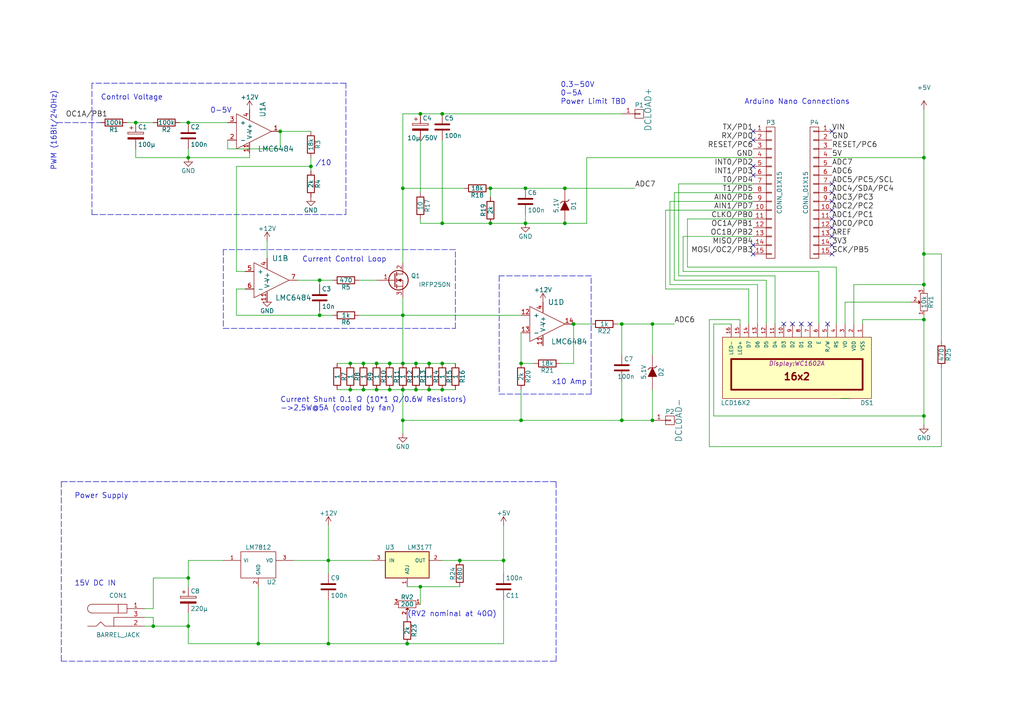
<source format=kicad_sch>
(kicad_sch (version 20210406) (generator eeschema)
  (paper "A4")
  (title_block (title "DC Electronic Load with Arduino Nano") (rev "A") (comment 1 "· No External DAC or ADC") (comment 2 "· Power Limit TBD") (comment 3 "· 0-5 Amperes") (comment 4 "· 0.8-50 Volts"))
  (lib_symbols
    (symbol "ArduinoNanoDcLoad-rescue:+12V" (power) (pin_names (offset 0))
      (property "Value" "+12V" (at 0 3.556 0))
      (symbol "+12V_0_1"
        (polyline (pts (xy -0.762 1.27) (xy 0 2.54)))
        (polyline (pts (xy 0 0) (xy 0 2.54)))
        (polyline (pts (xy 0 2.54) (xy 0.762 1.27)))
      )
      (symbol "+12V_1_1"
        (pin power_in line (at 0 0 90) (length 0) hide (name "+12V") (number "1"))
      )
    )
    (symbol "ArduinoNanoDcLoad-rescue:+5V" (power) (pin_names (offset 0))
      (property "Value" "+5V" (at 0 3.556 0))
      (symbol "+5V_0_1"
        (polyline (pts (xy -0.762 1.27) (xy 0 2.54)))
        (polyline (pts (xy 0 0) (xy 0 2.54)))
        (polyline (pts (xy 0 2.54) (xy 0.762 1.27)))
      )
      (symbol "+5V_1_1"
        (pin power_in line (at 0 0 90) (length 0) hide (name "+5V") (number "1"))
      )
    )
    (symbol "ArduinoNanoDcLoad-rescue:BARREL_JACK" (pin_names (offset 1.016))
      (property "Reference" "CON" (at 0 6.35 0))
      (property "Value" "BARREL_JACK" (at 0 -5.08 0))
      (symbol "BARREL_JACK_0_1"
        (arc (start -7.62 1.27) (end -8.89 2.54) (radius (at -7.62 2.5146) (length 1.2446) (angles -90 178.8)))
        (arc (start -7.62 3.81) (end -8.89 2.54) (radius (at -7.62 2.5654) (length 1.2446) (angles 90 -178.8)))
        (rectangle (start 2.54 3.81) (end 0 1.27))
        (polyline (pts (xy -7.62 1.27) (xy 0 1.27)))
        (polyline (pts (xy 0 3.81) (xy -7.62 3.81)))
        (polyline (pts (xy 2.54 0) (xy -1.27 0) (xy -1.27 -2.54)))
        (polyline (pts (xy 2.54 -2.54) (xy -3.81 -2.54) (xy -5.08 -1.27) (xy -6.35 -2.54) (xy -8.89 -2.54)))
      )
      (symbol "BARREL_JACK_1_1"
        (pin passive line (at 7.62 2.54 180) (length 5.08) (name "~") (number "1"))
        (pin passive line (at 7.62 -2.54 180) (length 5.08) (name "~") (number "2"))
        (pin passive line (at 7.62 0 180) (length 5.08) (name "~") (number "3"))
      )
    )
    (symbol "ArduinoNanoDcLoad-rescue:C" (pin_numbers hide) (pin_names (offset 0.254))
      (property "Reference" "C" (at 0.635 2.54 0))
      (property "Value" "C" (at 0.635 -2.54 0))
      (symbol "C_0_1"
        (polyline (pts (xy -2.032 -0.762) (xy 2.032 -0.762)) (stroke (width 0.508)))
        (polyline (pts (xy -2.032 0.762) (xy 2.032 0.762)) (stroke (width 0.508)))
      )
      (symbol "C_1_1"
        (pin passive line (at 0 3.81 270) (length 2.794) (name "~") (number "1"))
        (pin passive line (at 0 -3.81 90) (length 2.794) (name "~") (number "2"))
      )
    )
    (symbol "ArduinoNanoDcLoad-rescue:CONN_01X01" (pin_names (offset 1.016) hide)
      (property "Reference" "P" (at 0 2.54 0))
      (property "Value" "CONN_01X01" (at 2.54 0 90))
      (symbol "CONN_01X01_0_1"
        (rectangle (start -1.27 0.127) (end 0.254 -0.127))
        (rectangle (start -1.27 1.27) (end 1.27 -1.27))
      )
      (symbol "CONN_01X01_1_1"
        (pin passive line (at -5.08 0 0) (length 3.81) (name "P1") (number "1"))
      )
    )
    (symbol "ArduinoNanoDcLoad-rescue:CONN_01X15" (pin_names (offset 1.016) hide)
      (property "Reference" "P" (at 0 20.32 0))
      (property "Value" "CONN_01X15" (at 2.54 0 90))
      (symbol "CONN_01X15_0_1"
        (rectangle (start -1.27 -17.653) (end 0.254 -17.907))
        (rectangle (start -1.27 -15.113) (end 0.254 -15.367))
        (rectangle (start -1.27 -12.573) (end 0.254 -12.827))
        (rectangle (start -1.27 -10.033) (end 0.254 -10.287))
        (rectangle (start -1.27 -7.493) (end 0.254 -7.747))
        (rectangle (start -1.27 -4.953) (end 0.254 -5.207))
        (rectangle (start -1.27 -2.413) (end 0.254 -2.667))
        (rectangle (start -1.27 0.127) (end 0.254 -0.127))
        (rectangle (start -1.27 2.667) (end 0.254 2.413))
        (rectangle (start -1.27 5.207) (end 0.254 4.953))
        (rectangle (start -1.27 7.747) (end 0.254 7.493))
        (rectangle (start -1.27 10.287) (end 0.254 10.033))
        (rectangle (start -1.27 12.827) (end 0.254 12.573))
        (rectangle (start -1.27 15.367) (end 0.254 15.113))
        (rectangle (start -1.27 17.907) (end 0.254 17.653))
        (rectangle (start -1.27 19.05) (end 1.27 -19.05))
      )
      (symbol "CONN_01X15_1_1"
        (pin passive line (at -5.08 17.78 0) (length 3.81) (name "P1") (number "1"))
        (pin passive line (at -5.08 -5.08 0) (length 3.81) (name "P10") (number "10"))
        (pin passive line (at -5.08 -7.62 0) (length 3.81) (name "P11") (number "11"))
        (pin passive line (at -5.08 -10.16 0) (length 3.81) (name "P12") (number "12"))
        (pin passive line (at -5.08 -12.7 0) (length 3.81) (name "P13") (number "13"))
        (pin passive line (at -5.08 -15.24 0) (length 3.81) (name "P14") (number "14"))
        (pin passive line (at -5.08 -17.78 0) (length 3.81) (name "P15") (number "15"))
        (pin passive line (at -5.08 15.24 0) (length 3.81) (name "P2") (number "2"))
        (pin passive line (at -5.08 12.7 0) (length 3.81) (name "P3") (number "3"))
        (pin passive line (at -5.08 10.16 0) (length 3.81) (name "P4") (number "4"))
        (pin passive line (at -5.08 7.62 0) (length 3.81) (name "P5") (number "5"))
        (pin passive line (at -5.08 5.08 0) (length 3.81) (name "P6") (number "6"))
        (pin passive line (at -5.08 2.54 0) (length 3.81) (name "P7") (number "7"))
        (pin passive line (at -5.08 0 0) (length 3.81) (name "P8") (number "8"))
        (pin passive line (at -5.08 -2.54 0) (length 3.81) (name "P9") (number "9"))
      )
    )
    (symbol "ArduinoNanoDcLoad-rescue:CP" (pin_numbers hide) (pin_names (offset 0.254))
      (property "Reference" "C" (at 0.635 2.54 0))
      (property "Value" "CP" (at 0.635 -2.54 0))
      (symbol "CP_0_1"
        (rectangle (start -2.286 0.508) (end -2.286 1.016))
        (rectangle (start -2.286 0.508) (end 2.286 0.508))
        (rectangle (start 2.286 1.016) (end -2.286 1.016))
        (rectangle (start 2.286 1.016) (end 2.286 0.508))
        (rectangle (start 2.286 -0.508) (end -2.286 -1.016) (fill (type outline)))
        (polyline (pts (xy -1.778 2.286) (xy -0.762 2.286)))
        (polyline (pts (xy -1.27 2.794) (xy -1.27 1.778)))
      )
      (symbol "CP_1_1"
        (pin passive line (at 0 3.81 270) (length 2.794) (name "~") (number "1"))
        (pin passive line (at 0 -3.81 90) (length 2.794) (name "~") (number "2"))
      )
    )
    (symbol "ArduinoNanoDcLoad-rescue:GND" (power) (pin_names (offset 0))
      (property "Value" "GND" (at 0 -3.81 0))
      (symbol "GND_0_1"
        (polyline (pts (xy 0 0) (xy 0 -1.27) (xy 1.27 -1.27) (xy 0 -2.54) (xy -1.27 -1.27) (xy 0 -1.27)))
      )
      (symbol "GND_1_1"
        (pin power_in line (at 0 0 270) (length 0) hide (name "GND") (number "1"))
      )
    )
    (symbol "ArduinoNanoDcLoad-rescue:LCD16X2" (pin_names (offset 1.016))
      (property "Reference" "DS" (at -20.32 10.16 0))
      (property "Value" "LCD16X2" (at 17.78 10.16 0))
      (property "Footprint" "WC1602A" (at 0 -1.27 0))
      (symbol "LCD16X2_0_0"
        (text "16x2" (at 0 2.54 0) (effects (font (size 2.032 2.032) bold)))
      )
      (symbol "LCD16X2_0_1"
        (rectangle (start -19.05 6.35) (end 19.05 -2.54) (stroke (width 0.508)))
        (rectangle (start -21.59 8.89) (end 21.59 -8.89) (fill (type background)))
      )
      (symbol "LCD16X2_1_1"
        (pin power_in line (at -19.05 -12.7 90) (length 3.81) (name "VSS") (number "1"))
        (pin input line (at 3.81 -12.7 90) (length 3.81) (name "D3") (number "10"))
        (pin input line (at 6.35 -12.7 90) (length 3.81) (name "D4") (number "11"))
        (pin input line (at 8.89 -12.7 90) (length 3.81) (name "D5") (number "12"))
        (pin input line (at 11.43 -12.7 90) (length 3.81) (name "D6") (number "13"))
        (pin input line (at 13.97 -12.7 90) (length 3.81) (name "D7") (number "14"))
        (pin passive line (at 16.51 -12.7 90) (length 3.81) (name "LED+") (number "15"))
        (pin passive line (at 19.05 -12.7 90) (length 3.81) (name "LED-") (number "16"))
        (pin power_in line (at -16.51 -12.7 90) (length 3.81) (name "VDD") (number "2"))
        (pin input line (at -13.97 -12.7 90) (length 3.81) (name "VO") (number "3"))
        (pin input line (at -11.43 -12.7 90) (length 3.81) (name "RS") (number "4"))
        (pin input line (at -8.89 -12.7 90) (length 3.81) (name "R/W") (number "5"))
        (pin input line (at -6.35 -12.7 90) (length 3.81) (name "E") (number "6"))
        (pin input line (at -3.81 -12.7 90) (length 3.81) (name "D0") (number "7"))
        (pin input line (at -1.27 -12.7 90) (length 3.81) (name "D1") (number "8"))
        (pin input line (at 1.27 -12.7 90) (length 3.81) (name "D2") (number "9"))
      )
    )
    (symbol "ArduinoNanoDcLoad-rescue:LM317T" (pin_names (offset 1.016))
      (property "Reference" "U" (at -5.08 5.08 0))
      (property "Value" "LM317T" (at 0 5.08 0))
      (property "Footprint" "TO-220" (at 0 2.54 0))
      (symbol "LM317T_0_1"
        (rectangle (start -6.35 3.81) (end 6.35 -3.81) (stroke (width 0.254)) (fill (type background)))
      )
      (symbol "LM317T_1_1"
        (pin input line (at 0 -6.35 90) (length 2.54) (name "ADJ") (number "1"))
        (pin power_out line (at 10.16 1.27 180) (length 3.81) (name "OUT") (number "2"))
        (pin input line (at -10.16 1.27 0) (length 3.81) (name "IN") (number "3"))
      )
    )
    (symbol "ArduinoNanoDcLoad-rescue:LM7812" (pin_names (offset 0.762))
      (property "Reference" "U" (at 3.81 -4.9784 0))
      (property "Value" "LM7812" (at 0 5.08 0))
      (symbol "LM7812_0_1"
        (rectangle (start -5.08 -3.81) (end 5.08 3.81))
      )
      (symbol "LM7812_1_1"
        (pin input line (at -10.16 1.27 0) (length 5.08) (name "VI") (number "1"))
        (pin input line (at 0 -6.35 90) (length 2.54) (name "GND") (number "2"))
        (pin power_out line (at 10.16 1.27 180) (length 5.08) (name "VO") (number "3"))
      )
    )
    (symbol "ArduinoNanoDcLoad-rescue:POT" (pin_names (offset 1.016) hide)
      (property "Reference" "RV" (at 0 -2.032 0))
      (property "Value" "POT" (at 0 0 0))
      (symbol "POT_0_1"
        (rectangle (start -2.54 1.016) (end 2.54 -1.016))
        (polyline (pts (xy 0 1.016) (xy -0.508 1.524) (xy 0.508 1.524)) (fill (type outline)))
      )
      (symbol "POT_1_1"
        (pin passive line (at -3.81 0 0) (length 1.27) (name "1") (number "1"))
        (pin passive line (at 0 3.81 270) (length 2.54) (name "2") (number "2"))
        (pin passive line (at 3.81 0 180) (length 1.27) (name "3") (number "3"))
      )
    )
    (symbol "ArduinoNanoDcLoad-rescue:Q_NMOS_GDS" (pin_names (offset 0) hide)
      (property "Reference" "Q" (at 7.62 1.27 0))
      (property "Value" "Q_NMOS_GDS" (at 16.51 -1.27 0))
      (symbol "Q_NMOS_GDS_0_1"
        (circle (center 1.27 0) (radius 2.8194) (stroke (width 0.254)))
        (polyline (pts (xy 0.762 -1.778) (xy 2.54 -1.778)))
        (polyline (pts (xy 0.762 -1.27) (xy 0.762 -2.286)) (stroke (width 0.254)))
        (polyline (pts (xy 0.762 0) (xy 2.54 0)))
        (polyline (pts (xy 0.762 0.508) (xy 0.762 -0.508)) (stroke (width 0.254)))
        (polyline (pts (xy 0.762 1.778) (xy 2.54 1.778)))
        (polyline (pts (xy 0.762 2.286) (xy 0.762 1.27)) (stroke (width 0.254)))
        (polyline (pts (xy 2.54 -1.778) (xy 2.54 -2.54)))
        (polyline (pts (xy 2.54 -1.778) (xy 2.54 0)))
        (polyline (pts (xy 2.54 2.54) (xy 2.54 1.778)))
        (polyline (pts (xy 0.254 1.905) (xy 0.254 -1.905) (xy 0.254 -1.905)) (stroke (width 0.254)))
        (polyline (pts (xy 1.016 0) (xy 2.032 0.381) (xy 2.032 -0.381) (xy 1.016 0)) (fill (type outline)))
      )
      (symbol "Q_NMOS_GDS_1_1"
        (pin input line (at -5.08 0 0) (length 5.334) (name "G") (number "1"))
        (pin passive line (at 2.54 5.08 270) (length 2.54) (name "D") (number "2"))
        (pin passive line (at 2.54 -5.08 90) (length 2.54) (name "S") (number "3"))
      )
    )
    (symbol "ArduinoNanoDcLoad-rescue:R" (pin_numbers hide) (pin_names (offset 0))
      (property "Reference" "R" (at 2.032 0 90))
      (property "Value" "R" (at 0 0 90))
      (symbol "R_0_1"
        (rectangle (start -1.016 -2.54) (end 1.016 2.54) (stroke (width 0.254)))
      )
      (symbol "R_1_1"
        (pin passive line (at 0 3.81 270) (length 1.27) (name "~") (number "1"))
        (pin passive line (at 0 -3.81 90) (length 1.27) (name "~") (number "2"))
      )
    )
    (symbol "ArduinoNanoDcLoad-rescue:ZENER" (pin_numbers hide) (pin_names (offset 1.016) hide)
      (property "Reference" "D" (at 0 2.54 0))
      (property "Value" "ZENER" (at 0 -2.54 0))
      (symbol "ZENER_0_1"
        (polyline (pts (xy -1.778 1.27) (xy -1.27 0.762) (xy -1.27 -0.762) (xy -0.762 -1.27) (xy -0.762 -1.27)) (stroke (width 0.2032)))
        (polyline (pts (xy -1.27 0) (xy 1.27 1.27) (xy 1.27 -1.27) (xy -1.27 0) (xy -1.27 0)) (fill (type outline)))
      )
      (symbol "ZENER_1_1"
        (pin passive line (at -5.08 0 0) (length 3.81) (name "K") (number "1"))
        (pin passive line (at 5.08 0 180) (length 3.81) (name "A") (number "2"))
      )
    )
    (symbol "lmc6484:LMC6484" (pin_names (offset 1.016))
      (property "Reference" "U" (at 5.08 6.35 0))
      (property "Value" "LMC6484" (at 8.89 -5.08 0))
      (symbol "LMC6484_0_1"
        (polyline (pts (xy -2.54 5.08) (xy -2.54 -5.08) (xy 7.62 0) (xy -2.54 5.08)))
        (pin power_in line (at 1.27 -6.35 90) (length 2.9972) (name "V-") (number "11"))
        (pin power_in line (at 1.27 6.35 270) (length 2.9972) (name "V+") (number "4"))
      )
      (symbol "LMC6484_1_1"
        (pin output line (at 10.16 0 180) (length 2.54) (name "~") (number "1"))
        (pin input line (at -5.08 -2.54 0) (length 2.54) (name "-") (number "2"))
        (pin input line (at -5.08 2.54 0) (length 2.54) (name "+") (number "3"))
      )
      (symbol "LMC6484_2_1"
        (pin input line (at -5.08 2.54 0) (length 2.54) (name "+") (number "5"))
        (pin input line (at -5.08 -2.54 0) (length 2.54) (name "-") (number "6"))
        (pin output line (at 10.16 0 180) (length 2.54) (name "~") (number "7"))
      )
      (symbol "LMC6484_3_1"
        (pin input line (at -5.08 2.54 0) (length 2.54) (name "+") (number "10"))
        (pin output line (at 10.16 0 180) (length 2.54) (name "~") (number "8"))
        (pin input line (at -5.08 -2.54 0) (length 2.54) (name "-") (number "9"))
      )
      (symbol "LMC6484_4_1"
        (pin input line (at -5.08 2.54 0) (length 2.54) (name "+") (number "12"))
        (pin input line (at -5.08 -2.54 0) (length 2.54) (name "-") (number "13"))
        (pin output line (at 10.16 0 180) (length 2.54) (name "~") (number "14"))
      )
    )
  )
  (junction (at 39.37 35.56) (diameter 0.9144))
  (junction (at 44.45 181.61) (diameter 0.9144))
  (junction (at 54.61 35.56) (diameter 0.9144))
  (junction (at 54.61 45.72) (diameter 0.9144))
  (junction (at 54.61 167.64) (diameter 0.9144))
  (junction (at 54.61 181.61) (diameter 0.9144))
  (junction (at 74.93 186.69) (diameter 0.9144))
  (junction (at 81.28 38.1) (diameter 0.9144))
  (junction (at 90.17 48.26) (diameter 0.9144))
  (junction (at 92.71 81.28) (diameter 0.9144))
  (junction (at 92.71 91.44) (diameter 0.9144))
  (junction (at 95.25 162.56) (diameter 0.9144))
  (junction (at 95.25 186.69) (diameter 0.9144))
  (junction (at 101.6 105.41) (diameter 0.9144))
  (junction (at 101.6 113.03) (diameter 0.9144))
  (junction (at 105.41 105.41) (diameter 0.9144))
  (junction (at 105.41 113.03) (diameter 0.9144))
  (junction (at 109.22 105.41) (diameter 0.9144))
  (junction (at 109.22 113.03) (diameter 0.9144))
  (junction (at 113.03 105.41) (diameter 0.9144))
  (junction (at 113.03 113.03) (diameter 0.9144))
  (junction (at 116.84 54.61) (diameter 0.9144))
  (junction (at 116.84 91.44) (diameter 0.9144))
  (junction (at 116.84 105.41) (diameter 0.9144))
  (junction (at 116.84 113.03) (diameter 0.9144))
  (junction (at 116.84 121.92) (diameter 0.9144))
  (junction (at 118.11 186.69) (diameter 0.9144))
  (junction (at 120.65 105.41) (diameter 0.9144))
  (junction (at 120.65 113.03) (diameter 0.9144))
  (junction (at 121.92 33.02) (diameter 0.9144))
  (junction (at 121.92 170.18) (diameter 0.9144))
  (junction (at 124.46 105.41) (diameter 0.9144))
  (junction (at 124.46 113.03) (diameter 0.9144))
  (junction (at 128.27 33.02) (diameter 0.9144))
  (junction (at 128.27 64.77) (diameter 0.9144))
  (junction (at 128.27 105.41) (diameter 0.9144))
  (junction (at 128.27 113.03) (diameter 0.9144))
  (junction (at 133.35 162.56) (diameter 0.9144))
  (junction (at 142.24 54.61) (diameter 0.9144))
  (junction (at 142.24 64.77) (diameter 0.9144))
  (junction (at 146.05 162.56) (diameter 0.9144))
  (junction (at 151.13 105.41) (diameter 0.9144))
  (junction (at 151.13 121.92) (diameter 0.9144))
  (junction (at 152.4 54.61) (diameter 0.9144))
  (junction (at 152.4 64.77) (diameter 0.9144))
  (junction (at 163.83 54.61) (diameter 0.9144))
  (junction (at 163.83 64.77) (diameter 0.9144))
  (junction (at 166.37 93.98) (diameter 0.9144))
  (junction (at 180.34 93.98) (diameter 0.9144))
  (junction (at 180.34 121.92) (diameter 0.9144))
  (junction (at 189.23 93.98) (diameter 0.9144))
  (junction (at 189.23 121.92) (diameter 0.9144))
  (junction (at 267.97 45.72) (diameter 0.9144))
  (junction (at 267.97 73.66) (diameter 0.9144))
  (junction (at 267.97 82.55) (diameter 0.9144))
  (junction (at 267.97 92.71) (diameter 0.9144))
  (junction (at 267.97 120.65) (diameter 0.9144))
  (no_connect (at 218.44 38.1))
  (no_connect (at 218.44 40.64))
  (no_connect (at 218.44 48.26))
  (no_connect (at 218.44 50.8))
  (no_connect (at 218.44 71.12))
  (no_connect (at 218.44 73.66))
  (no_connect (at 227.33 93.98))
  (no_connect (at 229.87 93.98))
  (no_connect (at 232.41 93.98))
  (no_connect (at 234.95 93.98))
  (no_connect (at 240.03 93.98))
  (no_connect (at 241.3 38.1))
  (no_connect (at 241.3 53.34))
  (no_connect (at 241.3 55.88))
  (no_connect (at 241.3 58.42))
  (no_connect (at 241.3 60.96))
  (no_connect (at 241.3 63.5))
  (no_connect (at 241.3 66.04))
  (no_connect (at 241.3 68.58))
  (no_connect (at 241.3 71.12))
  (no_connect (at 241.3 73.66))
  (wire (pts (xy 36.83 35.56) (xy 39.37 35.56)))
  (wire (pts (xy 39.37 35.56) (xy 44.45 35.56)))
  (wire (pts (xy 39.37 43.18) (xy 39.37 45.72)))
  (wire (pts (xy 39.37 45.72) (xy 54.61 45.72)))
  (wire (pts (xy 41.91 176.53) (xy 44.45 176.53)))
  (wire (pts (xy 41.91 179.07) (xy 44.45 179.07)))
  (wire (pts (xy 41.91 181.61) (xy 44.45 181.61)))
  (wire (pts (xy 44.45 167.64) (xy 54.61 167.64)))
  (wire (pts (xy 44.45 176.53) (xy 44.45 167.64)))
  (wire (pts (xy 44.45 179.07) (xy 44.45 181.61)))
  (wire (pts (xy 44.45 181.61) (xy 54.61 181.61)))
  (wire (pts (xy 52.07 35.56) (xy 54.61 35.56)))
  (wire (pts (xy 54.61 35.56) (xy 66.04 35.56)))
  (wire (pts (xy 54.61 45.72) (xy 54.61 43.18)))
  (wire (pts (xy 54.61 45.72) (xy 72.39 45.72)))
  (wire (pts (xy 54.61 162.56) (xy 64.77 162.56)))
  (wire (pts (xy 54.61 167.64) (xy 54.61 162.56)))
  (wire (pts (xy 54.61 170.18) (xy 54.61 167.64)))
  (wire (pts (xy 54.61 177.8) (xy 54.61 181.61)))
  (wire (pts (xy 54.61 181.61) (xy 54.61 186.69)))
  (wire (pts (xy 54.61 186.69) (xy 74.93 186.69)))
  (wire (pts (xy 66.04 43.18) (xy 66.04 40.64)))
  (wire (pts (xy 66.04 43.18) (xy 81.28 43.18)))
  (wire (pts (xy 68.58 48.26) (xy 68.58 78.74)))
  (wire (pts (xy 68.58 48.26) (xy 90.17 48.26)))
  (wire (pts (xy 68.58 78.74) (xy 71.12 78.74)))
  (wire (pts (xy 68.58 83.82) (xy 71.12 83.82)))
  (wire (pts (xy 68.58 91.44) (xy 68.58 83.82)))
  (wire (pts (xy 68.58 91.44) (xy 92.71 91.44)))
  (wire (pts (xy 72.39 45.72) (xy 72.39 44.45)))
  (wire (pts (xy 74.93 186.69) (xy 74.93 170.18)))
  (wire (pts (xy 74.93 186.69) (xy 95.25 186.69)))
  (wire (pts (xy 77.47 69.85) (xy 77.47 74.93)))
  (wire (pts (xy 81.28 38.1) (xy 90.17 38.1)))
  (wire (pts (xy 81.28 43.18) (xy 81.28 38.1)))
  (wire (pts (xy 85.09 162.56) (xy 95.25 162.56)))
  (wire (pts (xy 86.36 81.28) (xy 92.71 81.28)))
  (wire (pts (xy 90.17 45.72) (xy 90.17 48.26)))
  (wire (pts (xy 90.17 48.26) (xy 90.17 49.53)))
  (wire (pts (xy 92.71 81.28) (xy 96.52 81.28)))
  (wire (pts (xy 92.71 82.55) (xy 92.71 81.28)))
  (wire (pts (xy 92.71 90.17) (xy 92.71 91.44)))
  (wire (pts (xy 92.71 91.44) (xy 96.52 91.44)))
  (wire (pts (xy 95.25 152.4) (xy 95.25 162.56)))
  (wire (pts (xy 95.25 162.56) (xy 95.25 166.37)))
  (wire (pts (xy 95.25 162.56) (xy 107.95 162.56)))
  (wire (pts (xy 95.25 173.99) (xy 95.25 186.69)))
  (wire (pts (xy 95.25 186.69) (xy 118.11 186.69)))
  (wire (pts (xy 97.79 105.41) (xy 101.6 105.41)))
  (wire (pts (xy 97.79 113.03) (xy 101.6 113.03)))
  (wire (pts (xy 101.6 105.41) (xy 105.41 105.41)))
  (wire (pts (xy 101.6 113.03) (xy 105.41 113.03)))
  (wire (pts (xy 104.14 81.28) (xy 109.22 81.28)))
  (wire (pts (xy 104.14 91.44) (xy 116.84 91.44)))
  (wire (pts (xy 105.41 105.41) (xy 109.22 105.41)))
  (wire (pts (xy 105.41 113.03) (xy 109.22 113.03)))
  (wire (pts (xy 109.22 105.41) (xy 113.03 105.41)))
  (wire (pts (xy 109.22 113.03) (xy 113.03 113.03)))
  (wire (pts (xy 113.03 105.41) (xy 116.84 105.41)))
  (wire (pts (xy 113.03 113.03) (xy 116.84 113.03)))
  (wire (pts (xy 116.84 33.02) (xy 116.84 54.61)))
  (wire (pts (xy 116.84 33.02) (xy 121.92 33.02)))
  (wire (pts (xy 116.84 54.61) (xy 116.84 76.2)))
  (wire (pts (xy 116.84 54.61) (xy 134.62 54.61)))
  (wire (pts (xy 116.84 91.44) (xy 116.84 86.36)))
  (wire (pts (xy 116.84 91.44) (xy 151.13 91.44)))
  (wire (pts (xy 116.84 105.41) (xy 116.84 91.44)))
  (wire (pts (xy 116.84 105.41) (xy 120.65 105.41)))
  (wire (pts (xy 116.84 113.03) (xy 116.84 121.92)))
  (wire (pts (xy 116.84 113.03) (xy 120.65 113.03)))
  (wire (pts (xy 116.84 121.92) (xy 116.84 125.73)))
  (wire (pts (xy 116.84 121.92) (xy 151.13 121.92)))
  (wire (pts (xy 118.11 170.18) (xy 121.92 170.18)))
  (wire (pts (xy 118.11 186.69) (xy 146.05 186.69)))
  (wire (pts (xy 120.65 105.41) (xy 124.46 105.41)))
  (wire (pts (xy 120.65 113.03) (xy 124.46 113.03)))
  (wire (pts (xy 121.92 33.02) (xy 128.27 33.02)))
  (wire (pts (xy 121.92 40.64) (xy 121.92 55.88)))
  (wire (pts (xy 121.92 63.5) (xy 121.92 64.77)))
  (wire (pts (xy 121.92 64.77) (xy 128.27 64.77)))
  (wire (pts (xy 121.92 170.18) (xy 133.35 170.18)))
  (wire (pts (xy 121.92 175.26) (xy 121.92 170.18)))
  (wire (pts (xy 124.46 105.41) (xy 128.27 105.41)))
  (wire (pts (xy 124.46 113.03) (xy 128.27 113.03)))
  (wire (pts (xy 128.27 33.02) (xy 180.34 33.02)))
  (wire (pts (xy 128.27 40.64) (xy 128.27 64.77)))
  (wire (pts (xy 128.27 64.77) (xy 142.24 64.77)))
  (wire (pts (xy 128.27 105.41) (xy 132.08 105.41)))
  (wire (pts (xy 128.27 113.03) (xy 132.08 113.03)))
  (wire (pts (xy 128.27 162.56) (xy 133.35 162.56)))
  (wire (pts (xy 133.35 162.56) (xy 146.05 162.56)))
  (wire (pts (xy 142.24 54.61) (xy 142.24 57.15)))
  (wire (pts (xy 142.24 54.61) (xy 152.4 54.61)))
  (wire (pts (xy 142.24 64.77) (xy 152.4 64.77)))
  (wire (pts (xy 146.05 152.4) (xy 146.05 162.56)))
  (wire (pts (xy 146.05 162.56) (xy 146.05 166.37)))
  (wire (pts (xy 146.05 186.69) (xy 146.05 173.99)))
  (wire (pts (xy 151.13 105.41) (xy 151.13 96.52)))
  (wire (pts (xy 151.13 113.03) (xy 151.13 121.92)))
  (wire (pts (xy 151.13 121.92) (xy 180.34 121.92)))
  (wire (pts (xy 152.4 54.61) (xy 163.83 54.61)))
  (wire (pts (xy 152.4 64.77) (xy 152.4 62.23)))
  (wire (pts (xy 152.4 64.77) (xy 163.83 64.77)))
  (wire (pts (xy 154.94 105.41) (xy 151.13 105.41)))
  (wire (pts (xy 163.83 54.61) (xy 184.15 54.61)))
  (wire (pts (xy 163.83 64.77) (xy 170.18 64.77)))
  (wire (pts (xy 166.37 93.98) (xy 166.37 105.41)))
  (wire (pts (xy 166.37 93.98) (xy 171.45 93.98)))
  (wire (pts (xy 166.37 105.41) (xy 162.56 105.41)))
  (wire (pts (xy 170.18 45.72) (xy 170.18 64.77)))
  (wire (pts (xy 179.07 93.98) (xy 180.34 93.98)))
  (wire (pts (xy 180.34 93.98) (xy 189.23 93.98)))
  (wire (pts (xy 180.34 102.87) (xy 180.34 93.98)))
  (wire (pts (xy 180.34 110.49) (xy 180.34 121.92)))
  (wire (pts (xy 180.34 121.92) (xy 189.23 121.92)))
  (wire (pts (xy 189.23 93.98) (xy 189.23 102.87)))
  (wire (pts (xy 189.23 93.98) (xy 195.58 93.98)))
  (wire (pts (xy 189.23 121.92) (xy 189.23 113.03)))
  (wire (pts (xy 193.04 60.96) (xy 218.44 60.96)))
  (wire (pts (xy 193.04 83.82) (xy 193.04 60.96)))
  (wire (pts (xy 194.31 58.42) (xy 218.44 58.42)))
  (wire (pts (xy 194.31 82.55) (xy 194.31 58.42)))
  (wire (pts (xy 195.58 55.88) (xy 218.44 55.88)))
  (wire (pts (xy 195.58 81.28) (xy 195.58 55.88)))
  (wire (pts (xy 196.85 53.34) (xy 218.44 53.34)))
  (wire (pts (xy 196.85 80.01) (xy 196.85 53.34)))
  (wire (pts (xy 198.12 68.58) (xy 218.44 68.58)))
  (wire (pts (xy 198.12 78.74) (xy 198.12 68.58)))
  (wire (pts (xy 199.39 63.5) (xy 218.44 63.5)))
  (wire (pts (xy 199.39 77.47) (xy 199.39 63.5)))
  (wire (pts (xy 205.74 92.71) (xy 205.74 129.54)))
  (wire (pts (xy 205.74 129.54) (xy 273.05 129.54)))
  (wire (pts (xy 207.01 93.98) (xy 207.01 120.65)))
  (wire (pts (xy 207.01 120.65) (xy 267.97 120.65)))
  (wire (pts (xy 212.09 93.98) (xy 207.01 93.98)))
  (wire (pts (xy 214.63 92.71) (xy 205.74 92.71)))
  (wire (pts (xy 214.63 93.98) (xy 214.63 92.71)))
  (wire (pts (xy 217.17 83.82) (xy 193.04 83.82)))
  (wire (pts (xy 217.17 93.98) (xy 217.17 83.82)))
  (wire (pts (xy 218.44 45.72) (xy 170.18 45.72)))
  (wire (pts (xy 219.71 82.55) (xy 194.31 82.55)))
  (wire (pts (xy 219.71 93.98) (xy 219.71 82.55)))
  (wire (pts (xy 222.25 81.28) (xy 195.58 81.28)))
  (wire (pts (xy 222.25 93.98) (xy 222.25 81.28)))
  (wire (pts (xy 224.79 80.01) (xy 196.85 80.01)))
  (wire (pts (xy 224.79 93.98) (xy 224.79 80.01)))
  (wire (pts (xy 237.49 78.74) (xy 198.12 78.74)))
  (wire (pts (xy 237.49 93.98) (xy 237.49 78.74)))
  (wire (pts (xy 241.3 45.72) (xy 267.97 45.72)))
  (wire (pts (xy 242.57 77.47) (xy 199.39 77.47)))
  (wire (pts (xy 242.57 93.98) (xy 242.57 77.47)))
  (wire (pts (xy 243.84 115.57) (xy 246.38 115.57)))
  (wire (pts (xy 245.11 87.63) (xy 264.16 87.63)))
  (wire (pts (xy 245.11 93.98) (xy 245.11 87.63)))
  (wire (pts (xy 247.65 82.55) (xy 267.97 82.55)))
  (wire (pts (xy 247.65 93.98) (xy 247.65 82.55)))
  (wire (pts (xy 250.19 92.71) (xy 267.97 92.71)))
  (wire (pts (xy 250.19 93.98) (xy 250.19 92.71)))
  (wire (pts (xy 267.97 31.75) (xy 267.97 45.72)))
  (wire (pts (xy 267.97 45.72) (xy 267.97 73.66)))
  (wire (pts (xy 267.97 73.66) (xy 267.97 82.55)))
  (wire (pts (xy 267.97 82.55) (xy 267.97 83.82)))
  (wire (pts (xy 267.97 91.44) (xy 267.97 92.71)))
  (wire (pts (xy 267.97 92.71) (xy 267.97 120.65)))
  (wire (pts (xy 267.97 120.65) (xy 267.97 123.19)))
  (wire (pts (xy 273.05 73.66) (xy 267.97 73.66)))
  (wire (pts (xy 273.05 99.06) (xy 273.05 73.66)))
  (wire (pts (xy 273.05 129.54) (xy 273.05 106.68)))
  (polyline (pts (xy 16.51 35.56) (xy 29.21 35.56)) (stroke (width 0) (type dash)))
  (polyline (pts (xy 17.78 139.7) (xy 17.78 191.77)) (stroke (width 0) (type dash)))
  (polyline (pts (xy 17.78 191.77) (xy 161.29 191.77)) (stroke (width 0) (type dash)))
  (polyline (pts (xy 26.67 24.13) (xy 26.67 62.23)) (stroke (width 0) (type dash)))
  (polyline (pts (xy 26.67 62.23) (xy 100.33 62.23)) (stroke (width 0) (type dash)))
  (polyline (pts (xy 64.77 72.39) (xy 64.77 95.25)) (stroke (width 0) (type dash)))
  (polyline (pts (xy 64.77 95.25) (xy 132.08 95.25)) (stroke (width 0) (type dash)))
  (polyline (pts (xy 100.33 24.13) (xy 26.67 24.13)) (stroke (width 0) (type dash)))
  (polyline (pts (xy 100.33 62.23) (xy 100.33 24.13)) (stroke (width 0) (type dash)))
  (polyline (pts (xy 132.08 72.39) (xy 64.77 72.39)) (stroke (width 0) (type dash)))
  (polyline (pts (xy 132.08 95.25) (xy 132.08 72.39)) (stroke (width 0) (type dash)))
  (polyline (pts (xy 144.78 80.01) (xy 144.78 114.3)) (stroke (width 0) (type dash)))
  (polyline (pts (xy 144.78 114.3) (xy 171.45 114.3)) (stroke (width 0) (type dash)))
  (polyline (pts (xy 161.29 139.7) (xy 17.78 139.7)) (stroke (width 0) (type dash)))
  (polyline (pts (xy 161.29 191.77) (xy 161.29 139.7)) (stroke (width 0) (type dash)))
  (polyline (pts (xy 171.45 80.01) (xy 144.78 80.01)) (stroke (width 0) (type dash)))
  (polyline (pts (xy 171.45 114.3) (xy 171.45 80.01)) (stroke (width 0) (type dash)))
  (text "PWM (16Bit/240Hz)" (at 16.51 49.53 90) (effects (font (size 1.524 1.524)) (justify left bottom)))
  (text "Power Supply" (at 21.59 144.78 0) (effects (font (size 1.524 1.524)) (justify left bottom)))
  (text "15V DC IN" (at 21.59 170.18 0) (effects (font (size 1.524 1.524)) (justify left bottom)))
  (text "Control Voltage" (at 29.21 29.21 0) (effects (font (size 1.524 1.524)) (justify left bottom)))
  (text "0-5V" (at 60.96 33.02 0) (effects (font (size 1.524 1.524)) (justify left bottom)))
  (text "Current Shunt 0.1 Ω (10*1 Ω/0.6W Resistors)\n->2,5W@5A (cooled by fan)\n" (at 81.28 119.38 0) (effects (font (size 1.524 1.524)) (justify left bottom)))
  (text "Current Control Loop" (at 87.63 76.2 0) (effects (font (size 1.524 1.524)) (justify left bottom)))
  (text "/10" (at 91.44 48.26 0) (effects (font (size 1.524 1.524)) (justify left bottom)))
  (text "(RV2 nominal at 40Ω)" (at 118.11 179.07 0) (effects (font (size 1.524 1.524)) (justify left bottom)))
  (text "x10 Amp" (at 160.02 111.76 0) (effects (font (size 1.524 1.524)) (justify left bottom)))
  (text "0.3-50V\n0-5A\nPower Limit TBD" (at 162.56 30.48 0) (effects (font (size 1.524 1.524)) (justify left bottom)))
  (text "Arduino Nano Connections\n" (at 215.9 30.48 0) (effects (font (size 1.524 1.524)) (justify left bottom)))
  (label "OC1A/PB1" (at 19.05 34.29 0) (effects (font (size 1.524 1.524))))
  (label "ADC7" (at 184.15 54.61 0) (effects (font (size 1.524 1.524))))
  (label "ADC6" (at 195.58 93.98 0) (effects (font (size 1.524 1.524))))
  (label "TX/PD1" (at 218.44 38.1 180) (effects (font (size 1.524 1.524))))
  (label "RX/PD0" (at 218.44 40.64 180) (effects (font (size 1.524 1.524))))
  (label "RESET/PC6" (at 218.44 43.18 180) (effects (font (size 1.524 1.524))))
  (label "GND" (at 218.44 45.72 180) (effects (font (size 1.524 1.524))))
  (label "INT0/PD2" (at 218.44 48.26 180) (effects (font (size 1.524 1.524))))
  (label "INT1/PD3" (at 218.44 50.8 180) (effects (font (size 1.524 1.524))))
  (label "T0/PD4" (at 218.44 53.34 180) (effects (font (size 1.524 1.524))))
  (label "T1/PD5" (at 218.44 55.88 180) (effects (font (size 1.524 1.524))))
  (label "AIN0/PD6" (at 218.44 58.42 180) (effects (font (size 1.524 1.524))))
  (label "AIN1/PD7" (at 218.44 60.96 180) (effects (font (size 1.524 1.524))))
  (label "CLKO/PB0" (at 218.44 63.5 180) (effects (font (size 1.524 1.524))))
  (label "OC1A/PB1" (at 218.44 66.04 180) (effects (font (size 1.524 1.524))))
  (label "OC1B/PB2" (at 218.44 68.58 180) (effects (font (size 1.524 1.524))))
  (label "MISO/PB4" (at 218.44 71.12 180) (effects (font (size 1.524 1.524))))
  (label "MOSI/OC2/PB3" (at 218.44 73.66 180) (effects (font (size 1.524 1.524))))
  (label "VIN" (at 241.3 38.1 0) (effects (font (size 1.524 1.524))))
  (label "GND" (at 241.3 40.64 0) (effects (font (size 1.524 1.524))))
  (label "RESET/PC6" (at 241.3 43.18 0) (effects (font (size 1.524 1.524))))
  (label "5V" (at 241.3 45.72 0) (effects (font (size 1.524 1.524))))
  (label "ADC7" (at 241.3 48.26 0) (effects (font (size 1.524 1.524))))
  (label "ADC6" (at 241.3 50.8 0) (effects (font (size 1.524 1.524))))
  (label "ADC5/PC5/SCL" (at 241.3 53.34 0) (effects (font (size 1.524 1.524))))
  (label "ADC4/SDA/PC4" (at 241.3 55.88 0) (effects (font (size 1.524 1.524))))
  (label "ADC3/PC3" (at 241.3 58.42 0) (effects (font (size 1.524 1.524))))
  (label "ADC2/PC2" (at 241.3 60.96 0) (effects (font (size 1.524 1.524))))
  (label "ADC1/PC1" (at 241.3 63.5 0) (effects (font (size 1.524 1.524))))
  (label "ADC0/PC0" (at 241.3 66.04 0) (effects (font (size 1.524 1.524))))
  (label "AREF" (at 241.3 68.58 0) (effects (font (size 1.524 1.524))))
  (label "3V3" (at 241.3 71.12 0) (effects (font (size 1.524 1.524))))
  (label "SCK/PB5" (at 241.3 73.66 0) (effects (font (size 1.524 1.524))))
  (symbol (lib_id "ArduinoNanoDcLoad-rescue:+12V") (at 72.39 31.75 0) (unit 1)
    (property "Reference" "#PWR05" (effects hide))
    (property "Value" "+12V" (at 72.39 28.194 0))
  )
  (symbol (lib_id "ArduinoNanoDcLoad-rescue:+12V") (at 77.47 69.85 0) (unit 1)
    (property "Reference" "#PWR08" (effects hide))
    (property "Value" "+12V" (at 77.47 66.294 0))
  )
  (symbol (lib_id "ArduinoNanoDcLoad-rescue:+12V") (at 95.25 152.4 0) (unit 1)
    (property "Reference" "#PWR011" (effects hide))
    (property "Value" "+12V" (at 95.25 148.844 0))
  )
  (symbol (lib_id "ArduinoNanoDcLoad-rescue:+5V") (at 146.05 152.4 0) (unit 1)
    (property "Reference" "#PWR012" (effects hide))
    (property "Value" "+5V" (at 146.05 148.844 0))
  )
  (symbol (lib_id "ArduinoNanoDcLoad-rescue:+12V") (at 157.48 87.63 0) (unit 1)
    (property "Reference" "#PWR06" (effects hide))
    (property "Value" "+12V" (at 157.48 84.074 0))
  )
  (symbol (lib_id "ArduinoNanoDcLoad-rescue:+5V") (at 267.97 31.75 0) (unit 1)
    (property "Reference" "#PWR09" (effects hide))
    (property "Value" "+5V" (at 267.97 25.4 0))
  )
  (symbol (lib_id "ArduinoNanoDcLoad-rescue:GND") (at 54.61 45.72 0) (unit 1)
    (property "Reference" "#PWR04" (effects hide))
    (property "Value" "GND" (at 54.61 49.53 0))
  )
  (symbol (lib_id "ArduinoNanoDcLoad-rescue:GND") (at 77.47 86.36 0) (unit 1)
    (property "Reference" "#PWR07" (effects hide))
    (property "Value" "GND" (at 77.47 90.17 0))
  )
  (symbol (lib_id "ArduinoNanoDcLoad-rescue:GND") (at 90.17 57.15 0) (unit 1)
    (property "Reference" "#PWR01" (effects hide))
    (property "Value" "GND" (at 90.17 60.96 0))
  )
  (symbol (lib_id "ArduinoNanoDcLoad-rescue:GND") (at 116.84 125.73 0) (unit 1)
    (property "Reference" "#PWR03" (effects hide))
    (property "Value" "GND" (at 116.84 129.54 0))
  )
  (symbol (lib_id "ArduinoNanoDcLoad-rescue:GND") (at 152.4 64.77 0) (unit 1)
    (property "Reference" "#PWR02" (effects hide))
    (property "Value" "GND" (at 152.4 68.58 0))
  )
  (symbol (lib_id "ArduinoNanoDcLoad-rescue:GND") (at 267.97 123.19 0) (unit 1)
    (property "Reference" "#PWR010" (effects hide))
    (property "Value" "GND" (at 267.97 127 0))
  )
  (symbol (lib_id "ArduinoNanoDcLoad-rescue:CONN_01X01") (at 185.42 33.02 0) (unit 1)
    (property "Reference" "P1" (at 185.42 30.48 0))
    (property "Value" "DCLOAD+" (at 187.96 31.75 90) (effects (font (size 1.8034 1.8034))))
    (property "Footprint" "Connect:Banana_Jack_1Pin" (effects hide))
  )
  (symbol (lib_id "ArduinoNanoDcLoad-rescue:CONN_01X01") (at 194.31 121.92 0) (unit 1)
    (property "Reference" "P2" (at 194.31 119.38 0))
    (property "Value" "DCLOAD-" (at 196.85 121.92 90) (effects (font (size 1.8034 1.8034))))
    (property "Footprint" "Connect:Banana_Jack_1Pin" (effects hide))
  )
  (symbol (lib_id "ArduinoNanoDcLoad-rescue:R") (at 33.02 35.56 270) (unit 1)
    (property "Reference" "R1" (at 33.02 37.592 90))
    (property "Value" "100k" (at 33.02 35.56 90))
    (property "Footprint" "Resistors_ThroughHole:Resistor_Horizontal_RM15mm" (effects hide))
  )
  (symbol (lib_id "ArduinoNanoDcLoad-rescue:R") (at 48.26 35.56 270) (unit 1)
    (property "Reference" "R2" (at 48.26 37.592 90))
    (property "Value" "100k" (at 48.26 35.56 90))
    (property "Footprint" "Resistors_ThroughHole:Resistor_Horizontal_RM15mm" (effects hide))
  )
  (symbol (lib_id "ArduinoNanoDcLoad-rescue:R") (at 90.17 41.91 0) (unit 1)
    (property "Reference" "R3" (at 92.202 41.91 90))
    (property "Value" "18k" (at 90.17 41.91 90))
    (property "Footprint" "Resistors_ThroughHole:Resistor_Horizontal_RM15mm" (effects hide))
  )
  (symbol (lib_id "ArduinoNanoDcLoad-rescue:R") (at 90.17 53.34 0) (unit 1)
    (property "Reference" "R4" (at 92.202 53.34 90))
    (property "Value" "2k" (at 90.17 53.34 90))
    (property "Footprint" "Resistors_ThroughHole:Resistor_Horizontal_RM15mm" (effects hide))
  )
  (symbol (lib_id "ArduinoNanoDcLoad-rescue:R") (at 97.79 109.22 0) (unit 1)
    (property "Reference" "R7" (at 99.822 109.22 90))
    (property "Value" "1" (at 97.79 109.22 90))
    (property "Footprint" "Resistors_ThroughHole:Resistor_Horizontal_RM15mm" (effects hide))
  )
  (symbol (lib_id "ArduinoNanoDcLoad-rescue:R") (at 100.33 81.28 270) (unit 1)
    (property "Reference" "R5" (at 100.33 83.312 90))
    (property "Value" "470" (at 100.33 81.28 90))
    (property "Footprint" "Resistors_ThroughHole:Resistor_Horizontal_RM15mm" (effects hide))
  )
  (symbol (lib_id "ArduinoNanoDcLoad-rescue:R") (at 100.33 91.44 270) (unit 1)
    (property "Reference" "R6" (at 100.33 93.472 90))
    (property "Value" "1k" (at 100.33 91.44 90))
    (property "Footprint" "Resistors_ThroughHole:Resistor_Horizontal_RM15mm" (effects hide))
  )
  (symbol (lib_id "ArduinoNanoDcLoad-rescue:R") (at 101.6 109.22 0) (unit 1)
    (property "Reference" "R8" (at 103.632 109.22 90))
    (property "Value" "1" (at 101.6 109.22 90))
    (property "Footprint" "Resistors_ThroughHole:Resistor_Horizontal_RM15mm" (effects hide))
  )
  (symbol (lib_id "ArduinoNanoDcLoad-rescue:R") (at 105.41 109.22 0) (unit 1)
    (property "Reference" "R9" (at 107.442 109.22 90))
    (property "Value" "1" (at 105.41 109.22 90))
    (property "Footprint" "Resistors_ThroughHole:Resistor_Horizontal_RM15mm" (effects hide))
  )
  (symbol (lib_id "ArduinoNanoDcLoad-rescue:R") (at 109.22 109.22 0) (unit 1)
    (property "Reference" "R10" (at 111.252 109.22 90))
    (property "Value" "1" (at 109.22 109.22 90))
    (property "Footprint" "Resistors_ThroughHole:Resistor_Horizontal_RM15mm" (effects hide))
  )
  (symbol (lib_id "ArduinoNanoDcLoad-rescue:R") (at 113.03 109.22 0) (unit 1)
    (property "Reference" "R11" (at 115.062 109.22 90))
    (property "Value" "1" (at 113.03 109.22 90))
    (property "Footprint" "Resistors_ThroughHole:Resistor_Horizontal_RM15mm" (effects hide))
  )
  (symbol (lib_id "ArduinoNanoDcLoad-rescue:R") (at 116.84 109.22 0) (unit 1)
    (property "Reference" "R12" (at 118.872 109.22 90))
    (property "Value" "1" (at 116.84 109.22 90))
    (property "Footprint" "Resistors_ThroughHole:Resistor_Horizontal_RM15mm" (effects hide))
  )
  (symbol (lib_id "ArduinoNanoDcLoad-rescue:R") (at 118.11 182.88 0) (unit 1)
    (property "Reference" "R23" (at 120.142 182.88 90))
    (property "Value" "2k" (at 118.11 182.88 90))
    (property "Footprint" "Resistors_ThroughHole:Resistor_Horizontal_RM15mm" (effects hide))
  )
  (symbol (lib_id "ArduinoNanoDcLoad-rescue:R") (at 120.65 109.22 0) (unit 1)
    (property "Reference" "R13" (at 122.682 109.22 90))
    (property "Value" "1" (at 120.65 109.22 90))
    (property "Footprint" "Resistors_ThroughHole:Resistor_Horizontal_RM15mm" (effects hide))
  )
  (symbol (lib_id "ArduinoNanoDcLoad-rescue:R") (at 121.92 59.69 0) (unit 1)
    (property "Reference" "R17" (at 123.952 59.69 90))
    (property "Value" "10" (at 121.92 59.69 90))
    (property "Footprint" "Resistors_ThroughHole:Resistor_Horizontal_RM15mm" (effects hide))
  )
  (symbol (lib_id "ArduinoNanoDcLoad-rescue:R") (at 124.46 109.22 0) (unit 1)
    (property "Reference" "R14" (at 126.492 109.22 90))
    (property "Value" "1" (at 124.46 109.22 90))
    (property "Footprint" "Resistors_ThroughHole:Resistor_Horizontal_RM15mm" (effects hide))
  )
  (symbol (lib_id "ArduinoNanoDcLoad-rescue:R") (at 128.27 109.22 0) (unit 1)
    (property "Reference" "R15" (at 130.302 109.22 90))
    (property "Value" "1" (at 128.27 109.22 90))
    (property "Footprint" "Resistors_ThroughHole:Resistor_Horizontal_RM15mm" (effects hide))
  )
  (symbol (lib_id "ArduinoNanoDcLoad-rescue:R") (at 132.08 109.22 0) (unit 1)
    (property "Reference" "R16" (at 134.112 109.22 90))
    (property "Value" "1" (at 132.08 109.22 90))
    (property "Footprint" "Resistors_ThroughHole:Resistor_Horizontal_RM15mm" (effects hide))
  )
  (symbol (lib_id "ArduinoNanoDcLoad-rescue:R") (at 133.35 166.37 180) (unit 1)
    (property "Reference" "R24" (at 131.318 166.37 90))
    (property "Value" "680" (at 133.35 166.37 90))
    (property "Footprint" "Resistors_ThroughHole:Resistor_Horizontal_RM15mm" (effects hide))
  )
  (symbol (lib_id "ArduinoNanoDcLoad-rescue:R") (at 138.43 54.61 270) (unit 1)
    (property "Reference" "R18" (at 138.43 56.642 90))
    (property "Value" "18k" (at 138.43 54.61 90))
    (property "Footprint" "Resistors_ThroughHole:Resistor_Horizontal_RM15mm" (effects hide))
  )
  (symbol (lib_id "ArduinoNanoDcLoad-rescue:R") (at 142.24 60.96 180) (unit 1)
    (property "Reference" "R19" (at 140.208 60.96 90))
    (property "Value" "2k" (at 142.24 60.96 90))
    (property "Footprint" "Resistors_ThroughHole:Resistor_Horizontal_RM15mm" (effects hide))
  )
  (symbol (lib_id "ArduinoNanoDcLoad-rescue:R") (at 151.13 109.22 0) (unit 1)
    (property "Reference" "R20" (at 153.162 109.22 90))
    (property "Value" "2k" (at 151.13 109.22 90))
    (property "Footprint" "Resistors_ThroughHole:Resistor_Horizontal_RM15mm" (effects hide))
  )
  (symbol (lib_id "ArduinoNanoDcLoad-rescue:R") (at 158.75 105.41 270) (unit 1)
    (property "Reference" "R21" (at 158.75 107.442 90))
    (property "Value" "18k" (at 158.75 105.41 90))
    (property "Footprint" "Resistors_ThroughHole:Resistor_Horizontal_RM15mm" (effects hide))
  )
  (symbol (lib_id "ArduinoNanoDcLoad-rescue:R") (at 175.26 93.98 270) (unit 1)
    (property "Reference" "R22" (at 175.26 96.012 90))
    (property "Value" "1k" (at 175.26 93.98 90))
    (property "Footprint" "Resistors_ThroughHole:Resistor_Horizontal_RM15mm" (effects hide))
  )
  (symbol (lib_id "ArduinoNanoDcLoad-rescue:R") (at 273.05 102.87 0) (unit 1)
    (property "Reference" "R25" (at 275.082 102.87 90))
    (property "Value" "470" (at 273.05 102.87 90))
    (property "Footprint" "Resistors_ThroughHole:Resistor_Horizontal_RM15mm" (effects hide))
  )
  (symbol (lib_id "ArduinoNanoDcLoad-rescue:ZENER") (at 163.83 59.69 270) (unit 1)
    (property "Reference" "D1" (at 166.37 59.69 0))
    (property "Value" "5,1V" (at 161.29 59.69 0))
    (property "Footprint" "Diodes_ThroughHole:Diode_DO-35_SOD27_Horizontal_RM10" (effects hide))
  )
  (symbol (lib_id "ArduinoNanoDcLoad-rescue:ZENER") (at 189.23 107.95 270) (unit 1)
    (property "Reference" "D2" (at 191.77 107.95 0))
    (property "Value" "5,1V" (at 186.69 107.95 0))
    (property "Footprint" "Diodes_ThroughHole:Diode_DO-35_SOD27_Horizontal_RM10" (effects hide))
  )
  (symbol (lib_id "ArduinoNanoDcLoad-rescue:CP") (at 39.37 39.37 0) (unit 1)
    (property "Reference" "C1" (at 40.005 36.83 0) (effects (justify left)))
    (property "Value" "100μ" (at 40.005 41.91 0) (effects (justify left)))
    (property "Footprint" "Capacitors_ThroughHole:C_Radial_D10_L20_P5" (effects hide))
  )
  (symbol (lib_id "ArduinoNanoDcLoad-rescue:C") (at 54.61 39.37 0) (unit 1)
    (property "Reference" "C2" (at 55.245 36.83 0) (effects (justify left)))
    (property "Value" "100n" (at 55.245 41.91 0) (effects (justify left)))
    (property "Footprint" "Capacitors_ThroughHole:C_Rect_L4_W2.5_P2.5" (effects hide))
  )
  (symbol (lib_id "ArduinoNanoDcLoad-rescue:CP") (at 54.61 173.99 0) (unit 1)
    (property "Reference" "C8" (at 55.245 171.45 0) (effects (justify left)))
    (property "Value" "220µ" (at 55.245 176.53 0) (effects (justify left)))
    (property "Footprint" "Capacitors_ThroughHole:C_Radial_D10_L20_P5" (effects hide))
  )
  (symbol (lib_id "ArduinoNanoDcLoad-rescue:C") (at 92.71 86.36 0) (unit 1)
    (property "Reference" "C3" (at 93.345 83.82 0) (effects (justify left)))
    (property "Value" "10n" (at 93.345 88.9 0) (effects (justify left)))
    (property "Footprint" "Capacitors_ThroughHole:C_Rect_L4_W2.5_P2.5" (effects hide))
  )
  (symbol (lib_id "ArduinoNanoDcLoad-rescue:C") (at 95.25 170.18 0) (unit 1)
    (property "Reference" "C9" (at 95.885 167.64 0) (effects (justify left)))
    (property "Value" "100n" (at 95.885 172.72 0) (effects (justify left)))
    (property "Footprint" "Capacitors_ThroughHole:C_Rect_L4_W2.5_P2.5" (effects hide))
  )
  (symbol (lib_id "ArduinoNanoDcLoad-rescue:CP") (at 121.92 36.83 0) (unit 1)
    (property "Reference" "C4" (at 122.555 34.29 0) (effects (justify left)))
    (property "Value" "10µ/50V" (at 118.11 40.005 0) (effects (justify left)))
    (property "Footprint" "Capacitors_ThroughHole:C_Radial_D10_L20_P5" (effects hide))
    (property "Field4" "ECAP6.3x5.5-2.2mm" (effects hide))
  )
  (symbol (lib_id "ArduinoNanoDcLoad-rescue:C") (at 128.27 36.83 0) (unit 1)
    (property "Reference" "C5" (at 128.905 34.29 0) (effects (justify left)))
    (property "Value" "100n" (at 128.905 39.37 0) (effects (justify left)))
    (property "Footprint" "Capacitors_ThroughHole:C_Rect_L4_W2.5_P2.5" (effects hide))
  )
  (symbol (lib_id "ArduinoNanoDcLoad-rescue:C") (at 146.05 170.18 0) (mirror x) (unit 1)
    (property "Reference" "C11" (at 146.685 172.72 0) (effects (justify left)))
    (property "Value" "100n" (at 146.685 167.64 0) (effects (justify left)))
    (property "Footprint" "Capacitors_ThroughHole:C_Rect_L4_W2.5_P2.5" (effects hide))
  )
  (symbol (lib_id "ArduinoNanoDcLoad-rescue:C") (at 152.4 58.42 0) (unit 1)
    (property "Reference" "C6" (at 153.035 55.88 0) (effects (justify left)))
    (property "Value" "100n" (at 153.035 60.96 0) (effects (justify left)))
    (property "Footprint" "Capacitors_ThroughHole:C_Rect_L4_W2.5_P2.5" (effects hide))
  )
  (symbol (lib_id "ArduinoNanoDcLoad-rescue:C") (at 180.34 106.68 0) (unit 1)
    (property "Reference" "C7" (at 180.975 104.14 0) (effects (justify left)))
    (property "Value" "100n" (at 179.07 109.22 0) (effects (justify left)))
    (property "Footprint" "Capacitors_ThroughHole:C_Rect_L4_W2.5_P2.5" (effects hide))
  )
  (symbol (lib_id "ArduinoNanoDcLoad-rescue:POT") (at 118.11 175.26 180) (unit 1)
    (property "Reference" "RV2" (at 118.11 173.228 0))
    (property "Value" "200" (at 118.11 175.26 0))
    (property "Footprint" "Potentiometers:Potentiometer_Trimmer-Piher-PT15-h5_vertical" (effects hide))
  )
  (symbol (lib_id "ArduinoNanoDcLoad-rescue:POT") (at 267.97 87.63 90) (unit 1)
    (property "Reference" "RV1" (at 270.002 87.63 0))
    (property "Value" "10k" (at 267.97 87.63 0))
    (property "Footprint" "Potentiometers:Potentiometer_Trimmer-Piher-PT15-h5_vertical" (effects hide))
  )
  (symbol (lib_id "ArduinoNanoDcLoad-rescue:Q_NMOS_GDS") (at 114.3 81.28 0) (unit 1)
    (property "Reference" "Q1" (at 121.92 80.01 0) (effects (justify right)))
    (property "Value" "IRFP250N" (at 130.81 82.55 0) (effects (justify right)))
    (property "Footprint" "TO_SOT_Packages_THT:TO-247_Horizontal_Neutral123_largePads" (effects hide))
  )
  (symbol (lib_id "ArduinoNanoDcLoad-rescue:BARREL_JACK") (at 34.29 179.07 0) (unit 1)
    (property "Reference" "CON1" (at 34.29 172.72 0))
    (property "Value" "BARREL_JACK" (at 34.29 184.15 0))
    (property "Footprint" "Connect:JACK_ALIM" (effects hide))
  )
  (symbol (lib_id "lmc6484:LMC6484") (at 71.12 38.1 0) (unit 1)
    (property "Reference" "U1" (at 76.2 31.75 90) (effects (font (size 1.524 1.524))))
    (property "Value" "LMC6484" (at 80.01 43.18 0) (effects (font (size 1.524 1.524))))
    (property "Footprint" "Housings_DIP:DIP-14_W7.62mm_LongPads" (effects hide))
  )
  (symbol (lib_id "lmc6484:LMC6484") (at 76.2 81.28 0) (unit 2)
    (property "Reference" "U1" (at 81.28 74.93 0) (effects (font (size 1.524 1.524))))
    (property "Value" "LMC6484" (at 85.09 86.36 0) (effects (font (size 1.524 1.524))))
    (property "Footprint" "Housings_DIP:DIP-14_W7.62mm_LongPads" (effects hide))
  )
  (symbol (lib_id "lmc6484:LMC6484") (at 156.21 93.98 0) (unit 4)
    (property "Reference" "U1" (at 161.29 87.63 0) (effects (font (size 1.524 1.524))))
    (property "Value" "LMC6484" (at 165.1 99.06 0) (effects (font (size 1.524 1.524))))
    (property "Footprint" "Housings_DIP:DIP-14_W7.62mm_LongPads" (effects hide))
  )
  (symbol (lib_id "ArduinoNanoDcLoad-rescue:LM7812") (at 74.93 163.83 0) (unit 1)
    (property "Reference" "U2" (at 78.74 168.8084 0))
    (property "Value" "LM7812" (at 74.93 158.75 0))
    (property "Footprint" "TO_SOT_Packages_THT:TO-220_Neutral123_Vertical" (effects hide))
  )
  (symbol (lib_id "ArduinoNanoDcLoad-rescue:LM317T") (at 118.11 163.83 0) (unit 1)
    (property "Reference" "U3" (at 113.03 158.75 0))
    (property "Value" "LM317T" (at 118.11 158.75 0) (effects (justify left)))
    (property "Footprint" "TO_SOT_Packages_THT:TO-220_Neutral123_Vertical" (effects hide))
  )
  (symbol (lib_id "ArduinoNanoDcLoad-rescue:CONN_01X15") (at 223.52 55.88 0) (unit 1)
    (property "Reference" "P3" (at 223.52 35.56 0))
    (property "Value" "CONN_01X15" (at 226.06 55.88 90))
    (property "Footprint" "Pin_Headers:Pin_Header_Straight_1x15" (effects hide))
  )
  (symbol (lib_id "ArduinoNanoDcLoad-rescue:CONN_01X15") (at 236.22 55.88 0) (mirror y) (unit 1)
    (property "Reference" "P4" (at 236.22 35.56 0))
    (property "Value" "CONN_01X15" (at 233.68 55.88 90))
    (property "Footprint" "Pin_Headers:Pin_Header_Straight_1x15" (effects hide))
  )
  (symbol (lib_id "ArduinoNanoDcLoad-rescue:LCD16X2") (at 231.14 106.68 180) (unit 1)
    (property "Reference" "DS1" (at 251.46 116.84 0))
    (property "Value" "LCD16X2" (at 213.36 116.84 0))
    (property "Footprint" "Display:WC1602A" (at 231.14 105.41 0) (effects (font italic)))
  )
)
</source>
